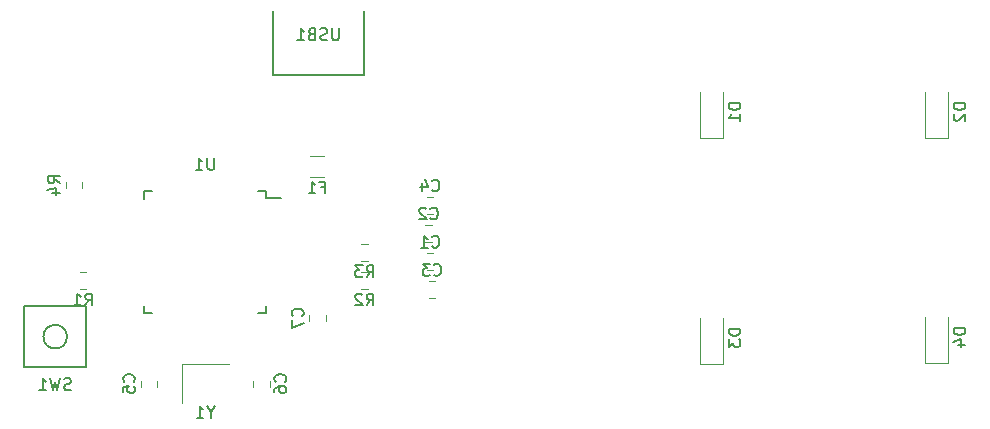
<source format=gbr>
%TF.GenerationSoftware,KiCad,Pcbnew,(5.1.6)-1*%
%TF.CreationDate,2020-07-09T12:21:52-07:00*%
%TF.ProjectId,guide,67756964-652e-46b6-9963-61645f706362,rev?*%
%TF.SameCoordinates,Original*%
%TF.FileFunction,Legend,Bot*%
%TF.FilePolarity,Positive*%
%FSLAX46Y46*%
G04 Gerber Fmt 4.6, Leading zero omitted, Abs format (unit mm)*
G04 Created by KiCad (PCBNEW (5.1.6)-1) date 2020-07-09 12:21:52*
%MOMM*%
%LPD*%
G01*
G04 APERTURE LIST*
%ADD10C,0.120000*%
%ADD11C,0.150000*%
G04 APERTURE END LIST*
D10*
%TO.C,Y1*%
X75787500Y-98487500D02*
X75787500Y-95187500D01*
X75787500Y-95187500D02*
X79787500Y-95187500D01*
D11*
%TO.C,USB1*%
X83526000Y-70728000D02*
X91226000Y-70728000D01*
X91226000Y-65278000D02*
X91226000Y-70728000D01*
X83526000Y-65278000D02*
X83526000Y-70728000D01*
%TO.C,U1*%
X82962500Y-80550000D02*
X82962500Y-81125000D01*
X72612500Y-80550000D02*
X72612500Y-81225000D01*
X72612500Y-90900000D02*
X72612500Y-90225000D01*
X82962500Y-90900000D02*
X82962500Y-90225000D01*
X82962500Y-80550000D02*
X82287500Y-80550000D01*
X82962500Y-90900000D02*
X82287500Y-90900000D01*
X72612500Y-90900000D02*
X73287500Y-90900000D01*
X72612500Y-80550000D02*
X73287500Y-80550000D01*
X82962500Y-81125000D02*
X84237500Y-81125000D01*
%TO.C,SW1*%
X66087500Y-92868750D02*
G75*
G03*
X66087500Y-92868750I-1000000J0D01*
G01*
X67687500Y-95468750D02*
X67687500Y-90268750D01*
X62487500Y-95468750D02*
X67687500Y-95468750D01*
X62487500Y-90268750D02*
X62487500Y-95468750D01*
X67687500Y-90268750D02*
X62487500Y-90268750D01*
D10*
%TO.C,R4*%
X65965000Y-79766422D02*
X65965000Y-80283578D01*
X67385000Y-79766422D02*
X67385000Y-80283578D01*
%TO.C,R3*%
X91022672Y-86435000D02*
X91539828Y-86435000D01*
X91022672Y-85015000D02*
X91539828Y-85015000D01*
%TO.C,R2*%
X91022672Y-88816250D02*
X91539828Y-88816250D01*
X91022672Y-87396250D02*
X91539828Y-87396250D01*
%TO.C,R1*%
X67210172Y-88816250D02*
X67727328Y-88816250D01*
X67210172Y-87396250D02*
X67727328Y-87396250D01*
%TO.C,F1*%
X86649936Y-79364250D02*
X87854064Y-79364250D01*
X86649936Y-77544250D02*
X87854064Y-77544250D01*
%TO.C,D4*%
X140700000Y-95118750D02*
X138700000Y-95118750D01*
X138700000Y-95118750D02*
X138700000Y-91218750D01*
X140700000Y-95118750D02*
X140700000Y-91218750D01*
%TO.C,D3*%
X121650000Y-95181250D02*
X119650000Y-95181250D01*
X119650000Y-95181250D02*
X119650000Y-91281250D01*
X121650000Y-95181250D02*
X121650000Y-91281250D01*
%TO.C,D2*%
X140700000Y-76068750D02*
X138700000Y-76068750D01*
X138700000Y-76068750D02*
X138700000Y-72168750D01*
X140700000Y-76068750D02*
X140700000Y-72168750D01*
%TO.C,D1*%
X121650000Y-76068750D02*
X119650000Y-76068750D01*
X119650000Y-76068750D02*
X119650000Y-72168750D01*
X121650000Y-76068750D02*
X121650000Y-72168750D01*
%TO.C,C7*%
X86602500Y-91022672D02*
X86602500Y-91539828D01*
X88022500Y-91022672D02*
X88022500Y-91539828D01*
%TO.C,C6*%
X83260000Y-97096078D02*
X83260000Y-96578922D01*
X81840000Y-97096078D02*
X81840000Y-96578922D01*
%TO.C,C5*%
X72315000Y-96578922D02*
X72315000Y-97096078D01*
X73735000Y-96578922D02*
X73735000Y-97096078D01*
%TO.C,C4*%
X97096078Y-81046250D02*
X96578922Y-81046250D01*
X97096078Y-82466250D02*
X96578922Y-82466250D01*
%TO.C,C3*%
X97239828Y-88190000D02*
X96722672Y-88190000D01*
X97239828Y-89610000D02*
X96722672Y-89610000D01*
%TO.C,C2*%
X96952328Y-83427500D02*
X96435172Y-83427500D01*
X96952328Y-84847500D02*
X96435172Y-84847500D01*
%TO.C,C1*%
X97096078Y-85808750D02*
X96578922Y-85808750D01*
X97096078Y-87228750D02*
X96578922Y-87228750D01*
%TO.C,Y1*%
D11*
X78263690Y-99263690D02*
X78263690Y-99739880D01*
X78597023Y-98739880D02*
X78263690Y-99263690D01*
X77930357Y-98739880D01*
X77073214Y-99739880D02*
X77644642Y-99739880D01*
X77358928Y-99739880D02*
X77358928Y-98739880D01*
X77454166Y-98882738D01*
X77549404Y-98977976D01*
X77644642Y-99025595D01*
%TO.C,USB1*%
X89114095Y-66762380D02*
X89114095Y-67571904D01*
X89066476Y-67667142D01*
X89018857Y-67714761D01*
X88923619Y-67762380D01*
X88733142Y-67762380D01*
X88637904Y-67714761D01*
X88590285Y-67667142D01*
X88542666Y-67571904D01*
X88542666Y-66762380D01*
X88114095Y-67714761D02*
X87971238Y-67762380D01*
X87733142Y-67762380D01*
X87637904Y-67714761D01*
X87590285Y-67667142D01*
X87542666Y-67571904D01*
X87542666Y-67476666D01*
X87590285Y-67381428D01*
X87637904Y-67333809D01*
X87733142Y-67286190D01*
X87923619Y-67238571D01*
X88018857Y-67190952D01*
X88066476Y-67143333D01*
X88114095Y-67048095D01*
X88114095Y-66952857D01*
X88066476Y-66857619D01*
X88018857Y-66810000D01*
X87923619Y-66762380D01*
X87685523Y-66762380D01*
X87542666Y-66810000D01*
X86780761Y-67238571D02*
X86637904Y-67286190D01*
X86590285Y-67333809D01*
X86542666Y-67429047D01*
X86542666Y-67571904D01*
X86590285Y-67667142D01*
X86637904Y-67714761D01*
X86733142Y-67762380D01*
X87114095Y-67762380D01*
X87114095Y-66762380D01*
X86780761Y-66762380D01*
X86685523Y-66810000D01*
X86637904Y-66857619D01*
X86590285Y-66952857D01*
X86590285Y-67048095D01*
X86637904Y-67143333D01*
X86685523Y-67190952D01*
X86780761Y-67238571D01*
X87114095Y-67238571D01*
X85590285Y-67762380D02*
X86161714Y-67762380D01*
X85876000Y-67762380D02*
X85876000Y-66762380D01*
X85971238Y-66905238D01*
X86066476Y-67000476D01*
X86161714Y-67048095D01*
%TO.C,U1*%
X78549404Y-77727380D02*
X78549404Y-78536904D01*
X78501785Y-78632142D01*
X78454166Y-78679761D01*
X78358928Y-78727380D01*
X78168452Y-78727380D01*
X78073214Y-78679761D01*
X78025595Y-78632142D01*
X77977976Y-78536904D01*
X77977976Y-77727380D01*
X76977976Y-78727380D02*
X77549404Y-78727380D01*
X77263690Y-78727380D02*
X77263690Y-77727380D01*
X77358928Y-77870238D01*
X77454166Y-77965476D01*
X77549404Y-78013095D01*
%TO.C,SW1*%
X66420833Y-97337511D02*
X66277976Y-97385130D01*
X66039880Y-97385130D01*
X65944642Y-97337511D01*
X65897023Y-97289892D01*
X65849404Y-97194654D01*
X65849404Y-97099416D01*
X65897023Y-97004178D01*
X65944642Y-96956559D01*
X66039880Y-96908940D01*
X66230357Y-96861321D01*
X66325595Y-96813702D01*
X66373214Y-96766083D01*
X66420833Y-96670845D01*
X66420833Y-96575607D01*
X66373214Y-96480369D01*
X66325595Y-96432750D01*
X66230357Y-96385130D01*
X65992261Y-96385130D01*
X65849404Y-96432750D01*
X65516071Y-96385130D02*
X65277976Y-97385130D01*
X65087500Y-96670845D01*
X64897023Y-97385130D01*
X64658928Y-96385130D01*
X63754166Y-97385130D02*
X64325595Y-97385130D01*
X64039880Y-97385130D02*
X64039880Y-96385130D01*
X64135119Y-96527988D01*
X64230357Y-96623226D01*
X64325595Y-96670845D01*
%TO.C,R4*%
X65477380Y-79858333D02*
X65001190Y-79525000D01*
X65477380Y-79286904D02*
X64477380Y-79286904D01*
X64477380Y-79667857D01*
X64525000Y-79763095D01*
X64572619Y-79810714D01*
X64667857Y-79858333D01*
X64810714Y-79858333D01*
X64905952Y-79810714D01*
X64953571Y-79763095D01*
X65001190Y-79667857D01*
X65001190Y-79286904D01*
X64810714Y-80715476D02*
X65477380Y-80715476D01*
X64429761Y-80477380D02*
X65144047Y-80239285D01*
X65144047Y-80858333D01*
%TO.C,R3*%
X91447916Y-87827380D02*
X91781250Y-87351190D01*
X92019345Y-87827380D02*
X92019345Y-86827380D01*
X91638392Y-86827380D01*
X91543154Y-86875000D01*
X91495535Y-86922619D01*
X91447916Y-87017857D01*
X91447916Y-87160714D01*
X91495535Y-87255952D01*
X91543154Y-87303571D01*
X91638392Y-87351190D01*
X92019345Y-87351190D01*
X91114583Y-86827380D02*
X90495535Y-86827380D01*
X90828869Y-87208333D01*
X90686011Y-87208333D01*
X90590773Y-87255952D01*
X90543154Y-87303571D01*
X90495535Y-87398809D01*
X90495535Y-87636904D01*
X90543154Y-87732142D01*
X90590773Y-87779761D01*
X90686011Y-87827380D01*
X90971726Y-87827380D01*
X91066964Y-87779761D01*
X91114583Y-87732142D01*
%TO.C,R2*%
X91447916Y-90208630D02*
X91781250Y-89732440D01*
X92019345Y-90208630D02*
X92019345Y-89208630D01*
X91638392Y-89208630D01*
X91543154Y-89256250D01*
X91495535Y-89303869D01*
X91447916Y-89399107D01*
X91447916Y-89541964D01*
X91495535Y-89637202D01*
X91543154Y-89684821D01*
X91638392Y-89732440D01*
X92019345Y-89732440D01*
X91066964Y-89303869D02*
X91019345Y-89256250D01*
X90924107Y-89208630D01*
X90686011Y-89208630D01*
X90590773Y-89256250D01*
X90543154Y-89303869D01*
X90495535Y-89399107D01*
X90495535Y-89494345D01*
X90543154Y-89637202D01*
X91114583Y-90208630D01*
X90495535Y-90208630D01*
%TO.C,R1*%
X67635416Y-90208630D02*
X67968750Y-89732440D01*
X68206845Y-90208630D02*
X68206845Y-89208630D01*
X67825892Y-89208630D01*
X67730654Y-89256250D01*
X67683035Y-89303869D01*
X67635416Y-89399107D01*
X67635416Y-89541964D01*
X67683035Y-89637202D01*
X67730654Y-89684821D01*
X67825892Y-89732440D01*
X68206845Y-89732440D01*
X66683035Y-90208630D02*
X67254464Y-90208630D01*
X66968750Y-90208630D02*
X66968750Y-89208630D01*
X67063988Y-89351488D01*
X67159226Y-89446726D01*
X67254464Y-89494345D01*
%TO.C,F1*%
X87585333Y-80202821D02*
X87918666Y-80202821D01*
X87918666Y-80726630D02*
X87918666Y-79726630D01*
X87442476Y-79726630D01*
X86537714Y-80726630D02*
X87109142Y-80726630D01*
X86823428Y-80726630D02*
X86823428Y-79726630D01*
X86918666Y-79869488D01*
X87013904Y-79964726D01*
X87109142Y-80012345D01*
%TO.C,D4*%
X142152380Y-92130654D02*
X141152380Y-92130654D01*
X141152380Y-92368750D01*
X141200000Y-92511607D01*
X141295238Y-92606845D01*
X141390476Y-92654464D01*
X141580952Y-92702083D01*
X141723809Y-92702083D01*
X141914285Y-92654464D01*
X142009523Y-92606845D01*
X142104761Y-92511607D01*
X142152380Y-92368750D01*
X142152380Y-92130654D01*
X141485714Y-93559226D02*
X142152380Y-93559226D01*
X141104761Y-93321130D02*
X141819047Y-93083035D01*
X141819047Y-93702083D01*
%TO.C,D3*%
X123102380Y-92193154D02*
X122102380Y-92193154D01*
X122102380Y-92431250D01*
X122150000Y-92574107D01*
X122245238Y-92669345D01*
X122340476Y-92716964D01*
X122530952Y-92764583D01*
X122673809Y-92764583D01*
X122864285Y-92716964D01*
X122959523Y-92669345D01*
X123054761Y-92574107D01*
X123102380Y-92431250D01*
X123102380Y-92193154D01*
X122102380Y-93097916D02*
X122102380Y-93716964D01*
X122483333Y-93383630D01*
X122483333Y-93526488D01*
X122530952Y-93621726D01*
X122578571Y-93669345D01*
X122673809Y-93716964D01*
X122911904Y-93716964D01*
X123007142Y-93669345D01*
X123054761Y-93621726D01*
X123102380Y-93526488D01*
X123102380Y-93240773D01*
X123054761Y-93145535D01*
X123007142Y-93097916D01*
%TO.C,D2*%
X142152380Y-73080654D02*
X141152380Y-73080654D01*
X141152380Y-73318750D01*
X141200000Y-73461607D01*
X141295238Y-73556845D01*
X141390476Y-73604464D01*
X141580952Y-73652083D01*
X141723809Y-73652083D01*
X141914285Y-73604464D01*
X142009523Y-73556845D01*
X142104761Y-73461607D01*
X142152380Y-73318750D01*
X142152380Y-73080654D01*
X141247619Y-74033035D02*
X141200000Y-74080654D01*
X141152380Y-74175892D01*
X141152380Y-74413988D01*
X141200000Y-74509226D01*
X141247619Y-74556845D01*
X141342857Y-74604464D01*
X141438095Y-74604464D01*
X141580952Y-74556845D01*
X142152380Y-73985416D01*
X142152380Y-74604464D01*
%TO.C,D1*%
X123102380Y-73080654D02*
X122102380Y-73080654D01*
X122102380Y-73318750D01*
X122150000Y-73461607D01*
X122245238Y-73556845D01*
X122340476Y-73604464D01*
X122530952Y-73652083D01*
X122673809Y-73652083D01*
X122864285Y-73604464D01*
X122959523Y-73556845D01*
X123054761Y-73461607D01*
X123102380Y-73318750D01*
X123102380Y-73080654D01*
X123102380Y-74604464D02*
X123102380Y-74033035D01*
X123102380Y-74318750D02*
X122102380Y-74318750D01*
X122245238Y-74223511D01*
X122340476Y-74128273D01*
X122388095Y-74033035D01*
%TO.C,C7*%
X86019642Y-91114583D02*
X86067261Y-91066964D01*
X86114880Y-90924107D01*
X86114880Y-90828869D01*
X86067261Y-90686011D01*
X85972023Y-90590773D01*
X85876785Y-90543154D01*
X85686309Y-90495535D01*
X85543452Y-90495535D01*
X85352976Y-90543154D01*
X85257738Y-90590773D01*
X85162500Y-90686011D01*
X85114880Y-90828869D01*
X85114880Y-90924107D01*
X85162500Y-91066964D01*
X85210119Y-91114583D01*
X85114880Y-91447916D02*
X85114880Y-92114583D01*
X86114880Y-91686011D01*
%TO.C,C6*%
X84557142Y-96670833D02*
X84604761Y-96623214D01*
X84652380Y-96480357D01*
X84652380Y-96385119D01*
X84604761Y-96242261D01*
X84509523Y-96147023D01*
X84414285Y-96099404D01*
X84223809Y-96051785D01*
X84080952Y-96051785D01*
X83890476Y-96099404D01*
X83795238Y-96147023D01*
X83700000Y-96242261D01*
X83652380Y-96385119D01*
X83652380Y-96480357D01*
X83700000Y-96623214D01*
X83747619Y-96670833D01*
X83652380Y-97527976D02*
X83652380Y-97337500D01*
X83700000Y-97242261D01*
X83747619Y-97194642D01*
X83890476Y-97099404D01*
X84080952Y-97051785D01*
X84461904Y-97051785D01*
X84557142Y-97099404D01*
X84604761Y-97147023D01*
X84652380Y-97242261D01*
X84652380Y-97432738D01*
X84604761Y-97527976D01*
X84557142Y-97575595D01*
X84461904Y-97623214D01*
X84223809Y-97623214D01*
X84128571Y-97575595D01*
X84080952Y-97527976D01*
X84033333Y-97432738D01*
X84033333Y-97242261D01*
X84080952Y-97147023D01*
X84128571Y-97099404D01*
X84223809Y-97051785D01*
%TO.C,C5*%
X71732142Y-96670833D02*
X71779761Y-96623214D01*
X71827380Y-96480357D01*
X71827380Y-96385119D01*
X71779761Y-96242261D01*
X71684523Y-96147023D01*
X71589285Y-96099404D01*
X71398809Y-96051785D01*
X71255952Y-96051785D01*
X71065476Y-96099404D01*
X70970238Y-96147023D01*
X70875000Y-96242261D01*
X70827380Y-96385119D01*
X70827380Y-96480357D01*
X70875000Y-96623214D01*
X70922619Y-96670833D01*
X70827380Y-97575595D02*
X70827380Y-97099404D01*
X71303571Y-97051785D01*
X71255952Y-97099404D01*
X71208333Y-97194642D01*
X71208333Y-97432738D01*
X71255952Y-97527976D01*
X71303571Y-97575595D01*
X71398809Y-97623214D01*
X71636904Y-97623214D01*
X71732142Y-97575595D01*
X71779761Y-97527976D01*
X71827380Y-97432738D01*
X71827380Y-97194642D01*
X71779761Y-97099404D01*
X71732142Y-97051785D01*
%TO.C,C4*%
X97004166Y-80463392D02*
X97051785Y-80511011D01*
X97194642Y-80558630D01*
X97289880Y-80558630D01*
X97432738Y-80511011D01*
X97527976Y-80415773D01*
X97575595Y-80320535D01*
X97623214Y-80130059D01*
X97623214Y-79987202D01*
X97575595Y-79796726D01*
X97527976Y-79701488D01*
X97432738Y-79606250D01*
X97289880Y-79558630D01*
X97194642Y-79558630D01*
X97051785Y-79606250D01*
X97004166Y-79653869D01*
X96147023Y-79891964D02*
X96147023Y-80558630D01*
X96385119Y-79511011D02*
X96623214Y-80225297D01*
X96004166Y-80225297D01*
%TO.C,C3*%
X97147916Y-87607142D02*
X97195535Y-87654761D01*
X97338392Y-87702380D01*
X97433630Y-87702380D01*
X97576488Y-87654761D01*
X97671726Y-87559523D01*
X97719345Y-87464285D01*
X97766964Y-87273809D01*
X97766964Y-87130952D01*
X97719345Y-86940476D01*
X97671726Y-86845238D01*
X97576488Y-86750000D01*
X97433630Y-86702380D01*
X97338392Y-86702380D01*
X97195535Y-86750000D01*
X97147916Y-86797619D01*
X96814583Y-86702380D02*
X96195535Y-86702380D01*
X96528869Y-87083333D01*
X96386011Y-87083333D01*
X96290773Y-87130952D01*
X96243154Y-87178571D01*
X96195535Y-87273809D01*
X96195535Y-87511904D01*
X96243154Y-87607142D01*
X96290773Y-87654761D01*
X96386011Y-87702380D01*
X96671726Y-87702380D01*
X96766964Y-87654761D01*
X96814583Y-87607142D01*
%TO.C,C2*%
X96860416Y-82844642D02*
X96908035Y-82892261D01*
X97050892Y-82939880D01*
X97146130Y-82939880D01*
X97288988Y-82892261D01*
X97384226Y-82797023D01*
X97431845Y-82701785D01*
X97479464Y-82511309D01*
X97479464Y-82368452D01*
X97431845Y-82177976D01*
X97384226Y-82082738D01*
X97288988Y-81987500D01*
X97146130Y-81939880D01*
X97050892Y-81939880D01*
X96908035Y-81987500D01*
X96860416Y-82035119D01*
X96479464Y-82035119D02*
X96431845Y-81987500D01*
X96336607Y-81939880D01*
X96098511Y-81939880D01*
X96003273Y-81987500D01*
X95955654Y-82035119D01*
X95908035Y-82130357D01*
X95908035Y-82225595D01*
X95955654Y-82368452D01*
X96527083Y-82939880D01*
X95908035Y-82939880D01*
%TO.C,C1*%
X97004166Y-85225892D02*
X97051785Y-85273511D01*
X97194642Y-85321130D01*
X97289880Y-85321130D01*
X97432738Y-85273511D01*
X97527976Y-85178273D01*
X97575595Y-85083035D01*
X97623214Y-84892559D01*
X97623214Y-84749702D01*
X97575595Y-84559226D01*
X97527976Y-84463988D01*
X97432738Y-84368750D01*
X97289880Y-84321130D01*
X97194642Y-84321130D01*
X97051785Y-84368750D01*
X97004166Y-84416369D01*
X96051785Y-85321130D02*
X96623214Y-85321130D01*
X96337500Y-85321130D02*
X96337500Y-84321130D01*
X96432738Y-84463988D01*
X96527976Y-84559226D01*
X96623214Y-84606845D01*
%TD*%
M02*

</source>
